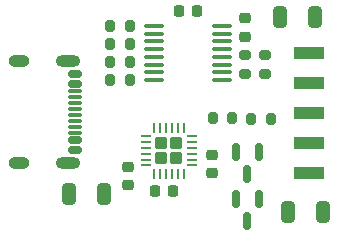
<source format=gbr>
%TF.GenerationSoftware,KiCad,Pcbnew,8.0.4*%
%TF.CreationDate,2024-08-06T21:58:01+07:00*%
%TF.ProjectId,cp2104-pd-source-v01,63703231-3034-42d7-9064-2d736f757263,rev?*%
%TF.SameCoordinates,Original*%
%TF.FileFunction,Paste,Top*%
%TF.FilePolarity,Positive*%
%FSLAX46Y46*%
G04 Gerber Fmt 4.6, Leading zero omitted, Abs format (unit mm)*
G04 Created by KiCad (PCBNEW 8.0.4) date 2024-08-06 21:58:01*
%MOMM*%
%LPD*%
G01*
G04 APERTURE LIST*
G04 Aperture macros list*
%AMRoundRect*
0 Rectangle with rounded corners*
0 $1 Rounding radius*
0 $2 $3 $4 $5 $6 $7 $8 $9 X,Y pos of 4 corners*
0 Add a 4 corners polygon primitive as box body*
4,1,4,$2,$3,$4,$5,$6,$7,$8,$9,$2,$3,0*
0 Add four circle primitives for the rounded corners*
1,1,$1+$1,$2,$3*
1,1,$1+$1,$4,$5*
1,1,$1+$1,$6,$7*
1,1,$1+$1,$8,$9*
0 Add four rect primitives between the rounded corners*
20,1,$1+$1,$2,$3,$4,$5,0*
20,1,$1+$1,$4,$5,$6,$7,0*
20,1,$1+$1,$6,$7,$8,$9,0*
20,1,$1+$1,$8,$9,$2,$3,0*%
G04 Aperture macros list end*
%ADD10RoundRect,0.150000X-0.150000X0.587500X-0.150000X-0.587500X0.150000X-0.587500X0.150000X0.587500X0*%
%ADD11RoundRect,0.200000X0.200000X0.275000X-0.200000X0.275000X-0.200000X-0.275000X0.200000X-0.275000X0*%
%ADD12RoundRect,0.225000X-0.225000X-0.250000X0.225000X-0.250000X0.225000X0.250000X-0.225000X0.250000X0*%
%ADD13RoundRect,0.150000X-0.425000X0.150000X-0.425000X-0.150000X0.425000X-0.150000X0.425000X0.150000X0*%
%ADD14RoundRect,0.075000X-0.500000X0.075000X-0.500000X-0.075000X0.500000X-0.075000X0.500000X0.075000X0*%
%ADD15O,2.100000X1.000000*%
%ADD16O,1.800000X1.000000*%
%ADD17RoundRect,0.225000X0.225000X0.250000X-0.225000X0.250000X-0.225000X-0.250000X0.225000X-0.250000X0*%
%ADD18RoundRect,0.200000X-0.200000X-0.275000X0.200000X-0.275000X0.200000X0.275000X-0.200000X0.275000X0*%
%ADD19RoundRect,0.250000X-0.275000X-0.275000X0.275000X-0.275000X0.275000X0.275000X-0.275000X0.275000X0*%
%ADD20RoundRect,0.062500X-0.350000X-0.062500X0.350000X-0.062500X0.350000X0.062500X-0.350000X0.062500X0*%
%ADD21RoundRect,0.062500X-0.062500X-0.350000X0.062500X-0.350000X0.062500X0.350000X-0.062500X0.350000X0*%
%ADD22RoundRect,0.225000X0.250000X-0.225000X0.250000X0.225000X-0.250000X0.225000X-0.250000X-0.225000X0*%
%ADD23RoundRect,0.250000X-0.325000X-0.650000X0.325000X-0.650000X0.325000X0.650000X-0.325000X0.650000X0*%
%ADD24RoundRect,0.225000X-0.250000X0.225000X-0.250000X-0.225000X0.250000X-0.225000X0.250000X0.225000X0*%
%ADD25RoundRect,0.250000X0.325000X0.650000X-0.325000X0.650000X-0.325000X-0.650000X0.325000X-0.650000X0*%
%ADD26RoundRect,0.200000X0.275000X-0.200000X0.275000X0.200000X-0.275000X0.200000X-0.275000X-0.200000X0*%
%ADD27O,1.730000X0.340000*%
%ADD28R,2.500000X1.000000*%
G04 APERTURE END LIST*
D10*
%TO.C,Q1*%
X140843000Y-67437000D03*
X138943000Y-67437000D03*
X139893000Y-69312000D03*
%TD*%
D11*
%TO.C,R4*%
X129920000Y-57404000D03*
X128270000Y-57404000D03*
%TD*%
D12*
%TO.C,C1*%
X132067000Y-66802000D03*
X133617000Y-66802000D03*
%TD*%
D13*
%TO.C,J1*%
X125281000Y-56902000D03*
X125281000Y-57702000D03*
D14*
X125281000Y-58852000D03*
X125281000Y-59852000D03*
X125281000Y-60352000D03*
X125281000Y-61352000D03*
D13*
X125281000Y-62502000D03*
X125281000Y-63302000D03*
X125281000Y-63302000D03*
X125281000Y-62502000D03*
D14*
X125281000Y-61852000D03*
X125281000Y-60852000D03*
X125281000Y-59352000D03*
X125281000Y-58352000D03*
D13*
X125281000Y-57702000D03*
X125281000Y-56902000D03*
D15*
X124706000Y-55782000D03*
D16*
X120526000Y-55782000D03*
D15*
X124706000Y-64422000D03*
D16*
X120526000Y-64422000D03*
%TD*%
D17*
%TO.C,C5*%
X135649000Y-51562000D03*
X134099000Y-51562000D03*
%TD*%
D18*
%TO.C,R6*%
X128279900Y-54345433D03*
X129929900Y-54345433D03*
%TD*%
D11*
%TO.C,R3*%
X129920000Y-55880000D03*
X128270000Y-55880000D03*
%TD*%
%TO.C,R1*%
X138620000Y-60579000D03*
X136970000Y-60579000D03*
%TD*%
D19*
%TO.C,U1*%
X132588000Y-62738000D03*
X132588000Y-64038000D03*
X133888000Y-62738000D03*
X133888000Y-64038000D03*
D20*
X131300500Y-62138000D03*
X131300500Y-62638000D03*
X131300500Y-63138000D03*
X131300500Y-63638000D03*
X131300500Y-64138000D03*
X131300500Y-64638000D03*
D21*
X131988000Y-65325500D03*
X132488000Y-65325500D03*
X132988000Y-65325500D03*
X133488000Y-65325500D03*
X133988000Y-65325500D03*
X134488000Y-65325500D03*
D20*
X135175500Y-64638000D03*
X135175500Y-64138000D03*
X135175500Y-63638000D03*
X135175500Y-63138000D03*
X135175500Y-62638000D03*
X135175500Y-62138000D03*
D21*
X134488000Y-61450500D03*
X133988000Y-61450500D03*
X133488000Y-61450500D03*
X132988000Y-61450500D03*
X132488000Y-61450500D03*
X131988000Y-61450500D03*
%TD*%
D22*
%TO.C,C4*%
X139700000Y-53734000D03*
X139700000Y-52184000D03*
%TD*%
D18*
%TO.C,R5*%
X128268684Y-52803312D03*
X129918684Y-52803312D03*
%TD*%
D23*
%TO.C,C8*%
X142670000Y-52070000D03*
X145620000Y-52070000D03*
%TD*%
%TO.C,C6*%
X124763000Y-67056000D03*
X127713000Y-67056000D03*
%TD*%
D24*
%TO.C,C2*%
X136906000Y-63741000D03*
X136906000Y-65291000D03*
%TD*%
D10*
%TO.C,Q2*%
X140843000Y-63500000D03*
X138943000Y-63500000D03*
X139893000Y-65375000D03*
%TD*%
D25*
%TO.C,C7*%
X146255000Y-68580000D03*
X143305000Y-68580000D03*
%TD*%
D26*
%TO.C,R8*%
X139700000Y-56895000D03*
X139700000Y-55245000D03*
%TD*%
D24*
%TO.C,C3*%
X129794000Y-64757000D03*
X129794000Y-66307000D03*
%TD*%
D27*
%TO.C,U2*%
X132004000Y-52838000D03*
X132004000Y-53488000D03*
X132004000Y-54138000D03*
X132004000Y-54798000D03*
X132004000Y-55448000D03*
X132004000Y-56098000D03*
X132004000Y-56748000D03*
X132004000Y-57398000D03*
X137744000Y-57398000D03*
X137744000Y-56748000D03*
X137744000Y-56098000D03*
X137744000Y-55448000D03*
X137744000Y-54798000D03*
X137744000Y-54138000D03*
X137744000Y-53488000D03*
X137744000Y-52838000D03*
%TD*%
D26*
%TO.C,R7*%
X141345390Y-56910925D03*
X141345390Y-55260925D03*
%TD*%
D28*
%TO.C,J2*%
X145097000Y-55118000D03*
X145097000Y-57658000D03*
X145097000Y-60198000D03*
X145097000Y-62738000D03*
X145097000Y-65278000D03*
%TD*%
D11*
%TO.C,R2*%
X141859000Y-60706000D03*
X140209000Y-60706000D03*
%TD*%
M02*

</source>
